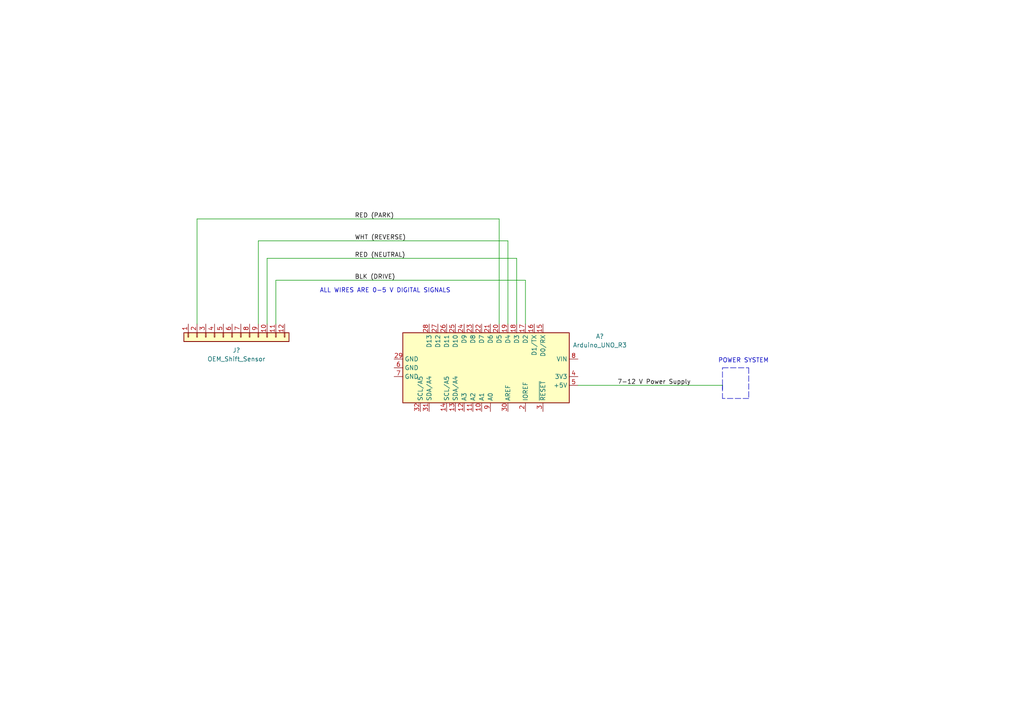
<source format=kicad_sch>
(kicad_sch (version 20211123) (generator eeschema)

  (uuid 6dcd0c76-9e63-4797-a716-4dd103f52d40)

  (paper "A4")

  (lib_symbols
    (symbol "Connector_Generic:OEM_Shift_Sensor" (pin_names (offset 1.016) hide) (in_bom yes) (on_board no)
      (property "Reference" "J" (id 0) (at 16.51 -1.27 90)
        (effects (font (size 1.27 1.27)))
      )
      (property "Value" "OEM_Shift_Sensor" (id 1) (at 0 -3.81 0)
        (effects (font (size 1.27 1.27)))
      )
      (property "Footprint" "" (id 2) (at 1.27 -1.27 90)
        (effects (font (size 1.27 1.27)) hide)
      )
      (property "Datasheet" "~" (id 3) (at 1.27 -1.27 90)
        (effects (font (size 1.27 1.27)) hide)
      )
      (property "ki_keywords" "connector" (id 4) (at 0 0 0)
        (effects (font (size 1.27 1.27)) hide)
      )
      (property "ki_description" "Generic connector, single row, 01x12, script generated (kicad-library-utils/schlib/autogen/connector/)" (id 5) (at 0 0 0)
        (effects (font (size 1.27 1.27)) hide)
      )
      (symbol "OEM_Shift_Sensor_1_1"
        (rectangle (start -13.843 0) (end -14.097 -1.27)
          (stroke (width 0.1524) (type default) (color 0 0 0 0))
          (fill (type none))
        )
        (rectangle (start -11.303 0) (end -11.557 -1.27)
          (stroke (width 0.1524) (type default) (color 0 0 0 0))
          (fill (type none))
        )
        (rectangle (start -8.763 0) (end -9.017 -1.27)
          (stroke (width 0.1524) (type default) (color 0 0 0 0))
          (fill (type none))
        )
        (rectangle (start -6.223 0) (end -6.477 -1.27)
          (stroke (width 0.1524) (type default) (color 0 0 0 0))
          (fill (type none))
        )
        (rectangle (start -3.683 0) (end -3.937 -1.27)
          (stroke (width 0.1524) (type default) (color 0 0 0 0))
          (fill (type none))
        )
        (rectangle (start -1.143 0) (end -1.397 -1.27)
          (stroke (width 0.1524) (type default) (color 0 0 0 0))
          (fill (type none))
        )
        (rectangle (start 1.397 0) (end 1.143 -1.27)
          (stroke (width 0.1524) (type default) (color 0 0 0 0))
          (fill (type none))
        )
        (rectangle (start 3.937 0) (end 3.683 -1.27)
          (stroke (width 0.1524) (type default) (color 0 0 0 0))
          (fill (type none))
        )
        (rectangle (start 6.477 0) (end 6.223 -1.27)
          (stroke (width 0.1524) (type default) (color 0 0 0 0))
          (fill (type none))
        )
        (rectangle (start 9.017 0) (end 8.763 -1.27)
          (stroke (width 0.1524) (type default) (color 0 0 0 0))
          (fill (type none))
        )
        (rectangle (start 11.557 0) (end 11.303 -1.27)
          (stroke (width 0.1524) (type default) (color 0 0 0 0))
          (fill (type none))
        )
        (rectangle (start 14.097 0) (end 13.843 -1.27)
          (stroke (width 0.1524) (type default) (color 0 0 0 0))
          (fill (type none))
        )
        (rectangle (start 15.24 0) (end -15.24 -2.54)
          (stroke (width 0.254) (type default) (color 0 0 0 0))
          (fill (type background))
        )
        (pin output line (at -13.97 2.54 270) (length 2.54)
          (name "BLK" (effects (font (size 1.27 1.27))))
          (number "1" (effects (font (size 1.27 1.27))))
        )
        (pin output line (at 8.89 2.54 270) (length 2.54)
          (name "RED" (effects (font (size 1.27 1.27))))
          (number "10" (effects (font (size 1.27 1.27))))
        )
        (pin output line (at 11.43 2.54 270) (length 2.54)
          (name "BLK" (effects (font (size 1.27 1.27))))
          (number "11" (effects (font (size 1.27 1.27))))
        )
        (pin output line (at 13.97 2.54 270) (length 2.54)
          (name "WHT" (effects (font (size 1.27 1.27))))
          (number "12" (effects (font (size 1.27 1.27))))
        )
        (pin output line (at -11.43 2.54 270) (length 2.54)
          (name "RED" (effects (font (size 1.27 1.27))))
          (number "2" (effects (font (size 1.27 1.27))))
        )
        (pin output line (at -8.89 2.54 270) (length 2.54)
          (name "WHT" (effects (font (size 1.27 1.27))))
          (number "3" (effects (font (size 1.27 1.27))))
        )
        (pin output line (at -6.35 2.54 270) (length 2.54)
          (name "GRN" (effects (font (size 1.27 1.27))))
          (number "4" (effects (font (size 1.27 1.27))))
        )
        (pin output line (at -3.81 2.54 270) (length 2.54)
          (name "GRN" (effects (font (size 1.27 1.27))))
          (number "5" (effects (font (size 1.27 1.27))))
        )
        (pin output line (at -1.27 2.54 270) (length 2.54)
          (name "GRN" (effects (font (size 1.27 1.27))))
          (number "6" (effects (font (size 1.27 1.27))))
        )
        (pin output line (at 1.27 2.54 270) (length 2.54)
          (name "RED" (effects (font (size 1.27 1.27))))
          (number "7" (effects (font (size 1.27 1.27))))
        )
        (pin output line (at 3.81 2.54 270) (length 2.54)
          (name "BLK" (effects (font (size 1.27 1.27))))
          (number "8" (effects (font (size 1.27 1.27))))
        )
        (pin output line (at 6.35 2.54 270) (length 2.54)
          (name "WHT" (effects (font (size 1.27 1.27))))
          (number "9" (effects (font (size 1.27 1.27))))
        )
      )
    )
    (symbol "MCU_Module:Arduino_UNO_R3" (in_bom yes) (on_board yes)
      (property "Reference" "A" (id 0) (at -10.16 23.495 0)
        (effects (font (size 1.27 1.27)) (justify left bottom))
      )
      (property "Value" "Arduino_UNO_R3" (id 1) (at 5.08 -26.67 0)
        (effects (font (size 1.27 1.27)) (justify left top))
      )
      (property "Footprint" "Module:Arduino_UNO_R3" (id 2) (at 0 0 0)
        (effects (font (size 1.27 1.27) italic) hide)
      )
      (property "Datasheet" "https://www.arduino.cc/en/Main/arduinoBoardUno" (id 3) (at 0 0 0)
        (effects (font (size 1.27 1.27)) hide)
      )
      (property "ki_keywords" "Arduino UNO R3 Microcontroller Module Atmel AVR USB" (id 4) (at 0 0 0)
        (effects (font (size 1.27 1.27)) hide)
      )
      (property "ki_description" "Arduino UNO Microcontroller Module, release 3" (id 5) (at 0 0 0)
        (effects (font (size 1.27 1.27)) hide)
      )
      (property "ki_fp_filters" "Arduino*UNO*R3*" (id 6) (at 0 0 0)
        (effects (font (size 1.27 1.27)) hide)
      )
      (symbol "Arduino_UNO_R3_0_1"
        (rectangle (start -10.16 22.86) (end 10.16 -25.4)
          (stroke (width 0.254) (type default) (color 0 0 0 0))
          (fill (type background))
        )
      )
      (symbol "Arduino_UNO_R3_1_1"
        (pin no_connect line (at -10.16 -20.32 0) (length 2.54) hide
          (name "NC" (effects (font (size 1.27 1.27))))
          (number "1" (effects (font (size 1.27 1.27))))
        )
        (pin bidirectional line (at 12.7 -2.54 180) (length 2.54)
          (name "A1" (effects (font (size 1.27 1.27))))
          (number "10" (effects (font (size 1.27 1.27))))
        )
        (pin bidirectional line (at 12.7 -5.08 180) (length 2.54)
          (name "A2" (effects (font (size 1.27 1.27))))
          (number "11" (effects (font (size 1.27 1.27))))
        )
        (pin bidirectional line (at 12.7 -7.62 180) (length 2.54)
          (name "A3" (effects (font (size 1.27 1.27))))
          (number "12" (effects (font (size 1.27 1.27))))
        )
        (pin bidirectional line (at 12.7 -10.16 180) (length 2.54)
          (name "SDA/A4" (effects (font (size 1.27 1.27))))
          (number "13" (effects (font (size 1.27 1.27))))
        )
        (pin bidirectional line (at 12.7 -12.7 180) (length 2.54)
          (name "SCL/A5" (effects (font (size 1.27 1.27))))
          (number "14" (effects (font (size 1.27 1.27))))
        )
        (pin bidirectional line (at -12.7 15.24 0) (length 2.54)
          (name "D0/RX" (effects (font (size 1.27 1.27))))
          (number "15" (effects (font (size 1.27 1.27))))
        )
        (pin bidirectional line (at -12.7 12.7 0) (length 2.54)
          (name "D1/TX" (effects (font (size 1.27 1.27))))
          (number "16" (effects (font (size 1.27 1.27))))
        )
        (pin bidirectional line (at -12.7 10.16 0) (length 2.54)
          (name "D2" (effects (font (size 1.27 1.27))))
          (number "17" (effects (font (size 1.27 1.27))))
        )
        (pin bidirectional line (at -12.7 7.62 0) (length 2.54)
          (name "D3" (effects (font (size 1.27 1.27))))
          (number "18" (effects (font (size 1.27 1.27))))
        )
        (pin bidirectional line (at -12.7 5.08 0) (length 2.54)
          (name "D4" (effects (font (size 1.27 1.27))))
          (number "19" (effects (font (size 1.27 1.27))))
        )
        (pin output line (at 12.7 10.16 180) (length 2.54)
          (name "IOREF" (effects (font (size 1.27 1.27))))
          (number "2" (effects (font (size 1.27 1.27))))
        )
        (pin bidirectional line (at -12.7 2.54 0) (length 2.54)
          (name "D5" (effects (font (size 1.27 1.27))))
          (number "20" (effects (font (size 1.27 1.27))))
        )
        (pin bidirectional line (at -12.7 0 0) (length 2.54)
          (name "D6" (effects (font (size 1.27 1.27))))
          (number "21" (effects (font (size 1.27 1.27))))
        )
        (pin bidirectional line (at -12.7 -2.54 0) (length 2.54)
          (name "D7" (effects (font (size 1.27 1.27))))
          (number "22" (effects (font (size 1.27 1.27))))
        )
        (pin bidirectional line (at -12.7 -5.08 0) (length 2.54)
          (name "D8" (effects (font (size 1.27 1.27))))
          (number "23" (effects (font (size 1.27 1.27))))
        )
        (pin bidirectional line (at -12.7 -7.62 0) (length 2.54)
          (name "D9" (effects (font (size 1.27 1.27))))
          (number "24" (effects (font (size 1.27 1.27))))
        )
        (pin bidirectional line (at -12.7 -10.16 0) (length 2.54)
          (name "D10" (effects (font (size 1.27 1.27))))
          (number "25" (effects (font (size 1.27 1.27))))
        )
        (pin bidirectional line (at -12.7 -12.7 0) (length 2.54)
          (name "D11" (effects (font (size 1.27 1.27))))
          (number "26" (effects (font (size 1.27 1.27))))
        )
        (pin bidirectional line (at -12.7 -15.24 0) (length 2.54)
          (name "D12" (effects (font (size 1.27 1.27))))
          (number "27" (effects (font (size 1.27 1.27))))
        )
        (pin bidirectional line (at -12.7 -17.78 0) (length 2.54)
          (name "D13" (effects (font (size 1.27 1.27))))
          (number "28" (effects (font (size 1.27 1.27))))
        )
        (pin power_in line (at -2.54 -27.94 90) (length 2.54)
          (name "GND" (effects (font (size 1.27 1.27))))
          (number "29" (effects (font (size 1.27 1.27))))
        )
        (pin input line (at 12.7 15.24 180) (length 2.54)
          (name "~{RESET}" (effects (font (size 1.27 1.27))))
          (number "3" (effects (font (size 1.27 1.27))))
        )
        (pin input line (at 12.7 5.08 180) (length 2.54)
          (name "AREF" (effects (font (size 1.27 1.27))))
          (number "30" (effects (font (size 1.27 1.27))))
        )
        (pin bidirectional line (at 12.7 -17.78 180) (length 2.54)
          (name "SDA/A4" (effects (font (size 1.27 1.27))))
          (number "31" (effects (font (size 1.27 1.27))))
        )
        (pin bidirectional line (at 12.7 -20.32 180) (length 2.54)
          (name "SCL/A5" (effects (font (size 1.27 1.27))))
          (number "32" (effects (font (size 1.27 1.27))))
        )
        (pin power_out line (at 2.54 25.4 270) (length 2.54)
          (name "3V3" (effects (font (size 1.27 1.27))))
          (number "4" (effects (font (size 1.27 1.27))))
        )
        (pin power_out line (at 5.08 25.4 270) (length 2.54)
          (name "+5V" (effects (font (size 1.27 1.27))))
          (number "5" (effects (font (size 1.27 1.27))))
        )
        (pin power_in line (at 0 -27.94 90) (length 2.54)
          (name "GND" (effects (font (size 1.27 1.27))))
          (number "6" (effects (font (size 1.27 1.27))))
        )
        (pin power_in line (at 2.54 -27.94 90) (length 2.54)
          (name "GND" (effects (font (size 1.27 1.27))))
          (number "7" (effects (font (size 1.27 1.27))))
        )
        (pin power_in line (at -2.54 25.4 270) (length 2.54)
          (name "VIN" (effects (font (size 1.27 1.27))))
          (number "8" (effects (font (size 1.27 1.27))))
        )
        (pin bidirectional line (at 12.7 0 180) (length 2.54)
          (name "A0" (effects (font (size 1.27 1.27))))
          (number "9" (effects (font (size 1.27 1.27))))
        )
      )
    )
  )


  (wire (pts (xy 152.4 81.28) (xy 152.4 93.98))
    (stroke (width 0) (type default) (color 0 0 0 0))
    (uuid 074d2fdc-8809-4788-9b94-3de3c009adbc)
  )
  (wire (pts (xy 77.47 93.98) (xy 77.47 74.93))
    (stroke (width 0) (type default) (color 0 0 0 0))
    (uuid 09badf5a-a56e-4896-92e9-0dd13f9ef8e5)
  )
  (polyline (pts (xy 217.17 115.57) (xy 209.55 115.57))
    (stroke (width 0) (type default) (color 0 0 0 0))
    (uuid 2a906ef8-4498-4dc5-a893-ad8e60c49d44)
  )

  (wire (pts (xy 57.15 93.98) (xy 57.15 63.5))
    (stroke (width 0) (type default) (color 0 0 0 0))
    (uuid 38b94fbd-2957-4095-88f0-d897acf4bdcc)
  )
  (wire (pts (xy 74.93 69.85) (xy 147.32 69.85))
    (stroke (width 0) (type default) (color 0 0 0 0))
    (uuid 3ea2406c-e196-4cfb-934b-7bc8f6621afc)
  )
  (polyline (pts (xy 217.17 106.68) (xy 217.17 115.57))
    (stroke (width 0) (type default) (color 0 0 0 0))
    (uuid 4448dcf7-2c8c-4316-b5f0-259a963bc9d6)
  )
  (polyline (pts (xy 209.55 106.68) (xy 217.17 106.68))
    (stroke (width 0) (type default) (color 0 0 0 0))
    (uuid 48fd7831-cc57-4aec-9b0c-3f6cb07ffb15)
  )
  (polyline (pts (xy 209.55 111.76) (xy 209.55 115.57))
    (stroke (width 0) (type default) (color 0 0 0 0))
    (uuid 4abd3f46-5f7a-4117-a13d-729522cba48a)
  )

  (wire (pts (xy 77.47 74.93) (xy 149.86 74.93))
    (stroke (width 0) (type default) (color 0 0 0 0))
    (uuid 4b399a08-de11-4b1b-bfa0-e27eb02d53dd)
  )
  (wire (pts (xy 167.64 111.76) (xy 209.55 111.76))
    (stroke (width 0) (type default) (color 0 0 0 0))
    (uuid 618a73a9-4af2-4f47-a33d-2e750df10965)
  )
  (polyline (pts (xy 209.55 111.76) (xy 209.55 113.03))
    (stroke (width 0) (type default) (color 0 0 0 0))
    (uuid 6a303d76-f990-42a3-a307-582b756b3a45)
  )

  (wire (pts (xy 57.15 63.5) (xy 144.78 63.5))
    (stroke (width 0) (type default) (color 0 0 0 0))
    (uuid 81ce3446-7082-49fe-936b-7bb3c386e895)
  )
  (wire (pts (xy 147.32 69.85) (xy 147.32 93.98))
    (stroke (width 0) (type default) (color 0 0 0 0))
    (uuid 99bd2c74-eb1d-47ec-825f-0a48054b1bb5)
  )
  (wire (pts (xy 149.86 74.93) (xy 149.86 93.98))
    (stroke (width 0) (type default) (color 0 0 0 0))
    (uuid a133dcb8-31d9-4cfe-b906-833d91c772b7)
  )
  (wire (pts (xy 80.01 81.28) (xy 152.4 81.28))
    (stroke (width 0) (type default) (color 0 0 0 0))
    (uuid a31ca31f-5591-4015-bc4d-aed46601e9ee)
  )
  (wire (pts (xy 74.93 93.98) (xy 74.93 69.85))
    (stroke (width 0) (type default) (color 0 0 0 0))
    (uuid b9fae7ab-80e2-43a3-8be8-3e2cfda748bd)
  )
  (wire (pts (xy 144.78 63.5) (xy 144.78 93.98))
    (stroke (width 0) (type default) (color 0 0 0 0))
    (uuid b9fdf382-8285-4f0a-9e6b-40634086b0aa)
  )
  (wire (pts (xy 80.01 93.98) (xy 80.01 81.28))
    (stroke (width 0) (type default) (color 0 0 0 0))
    (uuid c6885eaf-ea28-40fa-a082-ecf7b63fd124)
  )
  (polyline (pts (xy 209.55 111.76) (xy 209.55 106.68))
    (stroke (width 0) (type default) (color 0 0 0 0))
    (uuid ed71e5d7-775b-4ac8-8b3d-438e331015eb)
  )

  (text "ALL WIRES ARE 0-5 V DIGITAL SIGNALS" (at 92.71 85.09 0)
    (effects (font (size 1.27 1.27)) (justify left bottom))
    (uuid 19e3688e-4c5e-4f32-afab-aa8c81570f27)
  )
  (text "POWER SYSTEM" (at 208.28 105.41 0)
    (effects (font (size 1.27 1.27)) (justify left bottom))
    (uuid 1b9f9df7-b977-40ab-8b91-744005029fd7)
  )

  (label "RED (NEUTRAL)" (at 102.87 74.93 0)
    (effects (font (size 1.27 1.27)) (justify left bottom))
    (uuid 808231a1-d5a8-4438-a92c-c89046802afe)
  )
  (label "RED (PARK)" (at 102.87 63.5 0)
    (effects (font (size 1.27 1.27)) (justify left bottom))
    (uuid 8f8922f7-130c-4230-8c2e-1ceb1af2f9bf)
  )
  (label "7-12 V Power Supply" (at 179.07 111.76 0)
    (effects (font (size 1.27 1.27)) (justify left bottom))
    (uuid 9d1941ba-bd47-4be2-823c-4a51217e5593)
  )
  (label "BLK (DRIVE)" (at 102.87 81.28 0)
    (effects (font (size 1.27 1.27)) (justify left bottom))
    (uuid c13cadb8-bebe-438c-b3af-c92f7a232b6d)
  )
  (label "WHT (REVERSE)" (at 102.87 69.85 0)
    (effects (font (size 1.27 1.27)) (justify left bottom))
    (uuid e8a7c4d6-bd40-41bb-93e6-eaacbeac082a)
  )

  (symbol (lib_id "MCU_Module:Arduino_UNO_R3") (at 142.24 106.68 270) (unit 1)
    (in_bom yes) (on_board yes) (fields_autoplaced)
    (uuid 448187ad-4808-42f7-839d-c0c464e3718f)
    (property "Reference" "A?" (id 0) (at 173.99 97.5612 90))
    (property "Value" "Arduino_UNO_R3" (id 1) (at 173.99 100.1012 90))
    (property "Footprint" "Module:Arduino_UNO_R3" (id 2) (at 142.24 106.68 0)
      (effects (font (size 1.27 1.27) italic) hide)
    )
    (property "Datasheet" "https://www.arduino.cc/en/Main/arduinoBoardUno" (id 3) (at 142.24 106.68 0)
      (effects (font (size 1.27 1.27)) hide)
    )
    (pin "1" (uuid 61af525d-0799-4de5-aed7-6db2065ed1fc))
    (pin "10" (uuid 298f1c5e-7614-4bd0-a0d7-8c4a9af9c46d))
    (pin "11" (uuid 7b160a62-b690-483d-9b05-d76d9a02f2cb))
    (pin "12" (uuid 65f15413-2a7c-4530-80c4-4a1cbdb1c93f))
    (pin "13" (uuid e3b4c61c-9e08-410d-a376-0625879b7077))
    (pin "14" (uuid 89e64ab8-3dc4-4c08-820c-ca3ce8d6767e))
    (pin "15" (uuid fe58f404-ee2b-403d-bef1-175927918375))
    (pin "16" (uuid 6f7ebbd1-6c91-4317-aece-8d539204777b))
    (pin "17" (uuid ea017d38-16ee-4eda-9346-ad45a3613cf8))
    (pin "18" (uuid 1f05d756-14e4-4139-80d7-1b2b6a56f2ef))
    (pin "19" (uuid 7dcfc73e-0749-47bc-925b-9f9db671c5ac))
    (pin "2" (uuid 61617768-fcc1-41b0-ba5b-60967f5f2090))
    (pin "20" (uuid 9a301007-eb9f-4416-9e8b-e31f96b145d1))
    (pin "21" (uuid b5f6f5fc-9d4b-4e9d-8f9a-612295a1df56))
    (pin "22" (uuid 763dd888-3da8-46c1-9e24-6ab20185fff3))
    (pin "23" (uuid 36dc14c9-ba3c-46ce-8209-28f0bbb6ce4b))
    (pin "24" (uuid da6ad8bd-434e-40dc-b0a3-179e360586fa))
    (pin "25" (uuid c508d5bc-7fac-4f06-bd66-b59f3fdbcf4a))
    (pin "26" (uuid 371c58e5-2f93-4cbc-b2a4-27c9dd93ce55))
    (pin "27" (uuid c9bbcbfc-dab3-4a9d-8aec-3792e9fbb895))
    (pin "28" (uuid 28de5a69-67c4-4608-9553-9b29ff3d8793))
    (pin "29" (uuid b9e5d470-159e-4e5f-a20e-46fdc96e5c2e))
    (pin "3" (uuid 648b50c6-8362-458c-818c-820eeb74831b))
    (pin "30" (uuid 602e74e0-1b98-4b1c-bd05-a4002133aebd))
    (pin "31" (uuid d2045a8f-618e-4c8d-9587-17a7f462d36f))
    (pin "32" (uuid 21c1723a-b1fc-4d3f-8061-cdfd83fc8d5e))
    (pin "4" (uuid 3de8ee59-4f83-4feb-912b-1386c84c5878))
    (pin "5" (uuid 2a723c91-9792-4520-a652-ce1d191d3045))
    (pin "6" (uuid c342e1cb-484a-43e6-8886-08b7f7b3ab76))
    (pin "7" (uuid 085b1d67-c559-4e25-8554-5b485a78099a))
    (pin "8" (uuid d7c75159-efec-45c6-9430-6f2583e344e3))
    (pin "9" (uuid c34862c3-3dcf-498a-bcbb-c406f7aa87df))
  )

  (symbol (lib_id "Connector_Generic:OEM_Shift_Sensor") (at 68.58 96.52 0) (unit 1)
    (in_bom yes) (on_board no) (fields_autoplaced)
    (uuid c234458f-fee2-40f4-b845-775f84952ad5)
    (property "Reference" "J?" (id 0) (at 68.58 101.6 0))
    (property "Value" "OEM_Shift_Sensor" (id 1) (at 68.58 104.14 0))
    (property "Footprint" "" (id 2) (at 69.85 97.79 90)
      (effects (font (size 1.27 1.27)) hide)
    )
    (property "Datasheet" "~" (id 3) (at 69.85 97.79 90)
      (effects (font (size 1.27 1.27)) hide)
    )
    (pin "1" (uuid 2f8e8692-a7cc-433a-a9fe-f77d178988af))
    (pin "10" (uuid 840f9aef-3476-4775-aa3a-053a1acdcc4b))
    (pin "11" (uuid 94b6201e-f538-4d0e-b242-3d8134944376))
    (pin "12" (uuid b582d1c7-d6ac-4a28-a8d7-f6f47b3dace3))
    (pin "2" (uuid 5744b20f-9950-422a-8073-ba5fdc06b0c8))
    (pin "3" (uuid a6d3a51a-1c8e-435d-be73-6287d7ff2a1c))
    (pin "4" (uuid f34ba386-a90c-4f45-995c-8d705945d6ad))
    (pin "5" (uuid 2110a303-690c-448e-b392-037425542ef1))
    (pin "6" (uuid 0d268d93-457b-43d9-b2ea-cec950119941))
    (pin "7" (uuid 91365701-436b-487f-8d1d-a0d75aa86248))
    (pin "8" (uuid 6f7ac9f6-180f-4a47-a6c1-78a5967485cb))
    (pin "9" (uuid 149c65ac-e63c-4eea-968a-07cc2076cd4e))
  )

  (sheet_instances
    (path "/" (page "1"))
  )

  (symbol_instances
    (path "/448187ad-4808-42f7-839d-c0c464e3718f"
      (reference "A?") (unit 1) (value "Arduino_UNO_R3") (footprint "Module:Arduino_UNO_R3")
    )
    (path "/c234458f-fee2-40f4-b845-775f84952ad5"
      (reference "J?") (unit 1) (value "OEM_Shift_Sensor") (footprint "")
    )
  )
)

</source>
